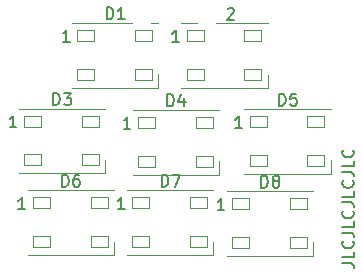
<source format=gbr>
%TF.GenerationSoftware,KiCad,Pcbnew,(6.0.9)*%
%TF.CreationDate,2023-01-06T21:16:05-09:00*%
%TF.ProjectId,JETT STATION SELECT PLACARD,4a455454-2053-4544-9154-494f4e205345,rev?*%
%TF.SameCoordinates,Original*%
%TF.FileFunction,Legend,Top*%
%TF.FilePolarity,Positive*%
%FSLAX46Y46*%
G04 Gerber Fmt 4.6, Leading zero omitted, Abs format (unit mm)*
G04 Created by KiCad (PCBNEW (6.0.9)) date 2023-01-06 21:16:05*
%MOMM*%
%LPD*%
G01*
G04 APERTURE LIST*
G04 Aperture macros list*
%AMRoundRect*
0 Rectangle with rounded corners*
0 $1 Rounding radius*
0 $2 $3 $4 $5 $6 $7 $8 $9 X,Y pos of 4 corners*
0 Add a 4 corners polygon primitive as box body*
4,1,4,$2,$3,$4,$5,$6,$7,$8,$9,$2,$3,0*
0 Add four circle primitives for the rounded corners*
1,1,$1+$1,$2,$3*
1,1,$1+$1,$4,$5*
1,1,$1+$1,$6,$7*
1,1,$1+$1,$8,$9*
0 Add four rect primitives between the rounded corners*
20,1,$1+$1,$2,$3,$4,$5,0*
20,1,$1+$1,$4,$5,$6,$7,0*
20,1,$1+$1,$6,$7,$8,$9,0*
20,1,$1+$1,$8,$9,$2,$3,0*%
G04 Aperture macros list end*
%ADD10C,0.150000*%
%ADD11C,0.120000*%
%ADD12RoundRect,0.050000X-0.750000X-0.450000X0.750000X-0.450000X0.750000X0.450000X-0.750000X0.450000X0*%
%ADD13RoundRect,0.300001X-1.399999X1.099999X-1.399999X-1.099999X1.399999X-1.099999X1.399999X1.099999X0*%
%ADD14O,3.400000X2.800000*%
G04 APERTURE END LIST*
D10*
X162012380Y-110029047D02*
X162726666Y-110029047D01*
X162869523Y-110076666D01*
X162964761Y-110171904D01*
X163012380Y-110314761D01*
X163012380Y-110410000D01*
X163012380Y-109076666D02*
X163012380Y-109552857D01*
X162012380Y-109552857D01*
X162917142Y-108171904D02*
X162964761Y-108219523D01*
X163012380Y-108362380D01*
X163012380Y-108457619D01*
X162964761Y-108600476D01*
X162869523Y-108695714D01*
X162774285Y-108743333D01*
X162583809Y-108790952D01*
X162440952Y-108790952D01*
X162250476Y-108743333D01*
X162155238Y-108695714D01*
X162060000Y-108600476D01*
X162012380Y-108457619D01*
X162012380Y-108362380D01*
X162060000Y-108219523D01*
X162107619Y-108171904D01*
X162012380Y-107457619D02*
X162726666Y-107457619D01*
X162869523Y-107505238D01*
X162964761Y-107600476D01*
X163012380Y-107743333D01*
X163012380Y-107838571D01*
X163012380Y-106505238D02*
X163012380Y-106981428D01*
X162012380Y-106981428D01*
X162917142Y-105600476D02*
X162964761Y-105648095D01*
X163012380Y-105790952D01*
X163012380Y-105886190D01*
X162964761Y-106029047D01*
X162869523Y-106124285D01*
X162774285Y-106171904D01*
X162583809Y-106219523D01*
X162440952Y-106219523D01*
X162250476Y-106171904D01*
X162155238Y-106124285D01*
X162060000Y-106029047D01*
X162012380Y-105886190D01*
X162012380Y-105790952D01*
X162060000Y-105648095D01*
X162107619Y-105600476D01*
X162012380Y-104886190D02*
X162726666Y-104886190D01*
X162869523Y-104933809D01*
X162964761Y-105029047D01*
X163012380Y-105171904D01*
X163012380Y-105267142D01*
X163012380Y-103933809D02*
X163012380Y-104410000D01*
X162012380Y-104410000D01*
X162917142Y-103029047D02*
X162964761Y-103076666D01*
X163012380Y-103219523D01*
X163012380Y-103314761D01*
X162964761Y-103457619D01*
X162869523Y-103552857D01*
X162774285Y-103600476D01*
X162583809Y-103648095D01*
X162440952Y-103648095D01*
X162250476Y-103600476D01*
X162155238Y-103552857D01*
X162060000Y-103457619D01*
X162012380Y-103314761D01*
X162012380Y-103219523D01*
X162060000Y-103076666D01*
X162107619Y-103029047D01*
X162012380Y-102314761D02*
X162726666Y-102314761D01*
X162869523Y-102362380D01*
X162964761Y-102457619D01*
X163012380Y-102600476D01*
X163012380Y-102695714D01*
X163012380Y-101362380D02*
X163012380Y-101838571D01*
X162012380Y-101838571D01*
X162917142Y-100457619D02*
X162964761Y-100505238D01*
X163012380Y-100648095D01*
X163012380Y-100743333D01*
X162964761Y-100886190D01*
X162869523Y-100981428D01*
X162774285Y-101029047D01*
X162583809Y-101076666D01*
X162440952Y-101076666D01*
X162250476Y-101029047D01*
X162155238Y-100981428D01*
X162060000Y-100886190D01*
X162012380Y-100743333D01*
X162012380Y-100648095D01*
X162060000Y-100505238D01*
X162107619Y-100457619D01*
%TO.C,D1*%
X142071904Y-89382780D02*
X142071904Y-88382780D01*
X142310000Y-88382780D01*
X142452857Y-88430400D01*
X142548095Y-88525638D01*
X142595714Y-88620876D01*
X142643333Y-88811352D01*
X142643333Y-88954209D01*
X142595714Y-89144685D01*
X142548095Y-89239923D01*
X142452857Y-89335161D01*
X142310000Y-89382780D01*
X142071904Y-89382780D01*
X143595714Y-89382780D02*
X143024285Y-89382780D01*
X143310000Y-89382780D02*
X143310000Y-88382780D01*
X143214761Y-88525638D01*
X143119523Y-88620876D01*
X143024285Y-88668495D01*
X138945714Y-91282780D02*
X138374285Y-91282780D01*
X138660000Y-91282780D02*
X138660000Y-90282780D01*
X138564761Y-90425638D01*
X138469523Y-90520876D01*
X138374285Y-90568495D01*
%TO.C,D2*%
X151317904Y-89433580D02*
X151317904Y-88433580D01*
X151556000Y-88433580D01*
X151698857Y-88481200D01*
X151794095Y-88576438D01*
X151841714Y-88671676D01*
X151889333Y-88862152D01*
X151889333Y-89005009D01*
X151841714Y-89195485D01*
X151794095Y-89290723D01*
X151698857Y-89385961D01*
X151556000Y-89433580D01*
X151317904Y-89433580D01*
X152270285Y-88528819D02*
X152317904Y-88481200D01*
X152413142Y-88433580D01*
X152651238Y-88433580D01*
X152746476Y-88481200D01*
X152794095Y-88528819D01*
X152841714Y-88624057D01*
X152841714Y-88719295D01*
X152794095Y-88862152D01*
X152222666Y-89433580D01*
X152841714Y-89433580D01*
X148191714Y-91333580D02*
X147620285Y-91333580D01*
X147906000Y-91333580D02*
X147906000Y-90333580D01*
X147810761Y-90476438D01*
X147715523Y-90571676D01*
X147620285Y-90619295D01*
%TO.C,D3*%
X137550904Y-96647180D02*
X137550904Y-95647180D01*
X137789000Y-95647180D01*
X137931857Y-95694800D01*
X138027095Y-95790038D01*
X138074714Y-95885276D01*
X138122333Y-96075752D01*
X138122333Y-96218609D01*
X138074714Y-96409085D01*
X138027095Y-96504323D01*
X137931857Y-96599561D01*
X137789000Y-96647180D01*
X137550904Y-96647180D01*
X138455666Y-95647180D02*
X139074714Y-95647180D01*
X138741380Y-96028133D01*
X138884238Y-96028133D01*
X138979476Y-96075752D01*
X139027095Y-96123371D01*
X139074714Y-96218609D01*
X139074714Y-96456704D01*
X139027095Y-96551942D01*
X138979476Y-96599561D01*
X138884238Y-96647180D01*
X138598523Y-96647180D01*
X138503285Y-96599561D01*
X138455666Y-96551942D01*
X134424714Y-98547180D02*
X133853285Y-98547180D01*
X134139000Y-98547180D02*
X134139000Y-97547180D01*
X134043761Y-97690038D01*
X133948523Y-97785276D01*
X133853285Y-97832895D01*
%TO.C,D4*%
X147202904Y-96748780D02*
X147202904Y-95748780D01*
X147441000Y-95748780D01*
X147583857Y-95796400D01*
X147679095Y-95891638D01*
X147726714Y-95986876D01*
X147774333Y-96177352D01*
X147774333Y-96320209D01*
X147726714Y-96510685D01*
X147679095Y-96605923D01*
X147583857Y-96701161D01*
X147441000Y-96748780D01*
X147202904Y-96748780D01*
X148631476Y-96082114D02*
X148631476Y-96748780D01*
X148393380Y-95701161D02*
X148155285Y-96415447D01*
X148774333Y-96415447D01*
X144076714Y-98648780D02*
X143505285Y-98648780D01*
X143791000Y-98648780D02*
X143791000Y-97648780D01*
X143695761Y-97791638D01*
X143600523Y-97886876D01*
X143505285Y-97934495D01*
%TO.C,D5*%
X156651904Y-96697980D02*
X156651904Y-95697980D01*
X156890000Y-95697980D01*
X157032857Y-95745600D01*
X157128095Y-95840838D01*
X157175714Y-95936076D01*
X157223333Y-96126552D01*
X157223333Y-96269409D01*
X157175714Y-96459885D01*
X157128095Y-96555123D01*
X157032857Y-96650361D01*
X156890000Y-96697980D01*
X156651904Y-96697980D01*
X158128095Y-95697980D02*
X157651904Y-95697980D01*
X157604285Y-96174171D01*
X157651904Y-96126552D01*
X157747142Y-96078933D01*
X157985238Y-96078933D01*
X158080476Y-96126552D01*
X158128095Y-96174171D01*
X158175714Y-96269409D01*
X158175714Y-96507504D01*
X158128095Y-96602742D01*
X158080476Y-96650361D01*
X157985238Y-96697980D01*
X157747142Y-96697980D01*
X157651904Y-96650361D01*
X157604285Y-96602742D01*
X153525714Y-98597980D02*
X152954285Y-98597980D01*
X153240000Y-98597980D02*
X153240000Y-97597980D01*
X153144761Y-97740838D01*
X153049523Y-97836076D01*
X152954285Y-97883695D01*
%TO.C,D6*%
X138289904Y-103556380D02*
X138289904Y-102556380D01*
X138528000Y-102556380D01*
X138670857Y-102604000D01*
X138766095Y-102699238D01*
X138813714Y-102794476D01*
X138861333Y-102984952D01*
X138861333Y-103127809D01*
X138813714Y-103318285D01*
X138766095Y-103413523D01*
X138670857Y-103508761D01*
X138528000Y-103556380D01*
X138289904Y-103556380D01*
X139718476Y-102556380D02*
X139528000Y-102556380D01*
X139432761Y-102604000D01*
X139385142Y-102651619D01*
X139289904Y-102794476D01*
X139242285Y-102984952D01*
X139242285Y-103365904D01*
X139289904Y-103461142D01*
X139337523Y-103508761D01*
X139432761Y-103556380D01*
X139623238Y-103556380D01*
X139718476Y-103508761D01*
X139766095Y-103461142D01*
X139813714Y-103365904D01*
X139813714Y-103127809D01*
X139766095Y-103032571D01*
X139718476Y-102984952D01*
X139623238Y-102937333D01*
X139432761Y-102937333D01*
X139337523Y-102984952D01*
X139289904Y-103032571D01*
X139242285Y-103127809D01*
X135163714Y-105456380D02*
X134592285Y-105456380D01*
X134878000Y-105456380D02*
X134878000Y-104456380D01*
X134782761Y-104599238D01*
X134687523Y-104694476D01*
X134592285Y-104742095D01*
%TO.C,D7*%
X146722904Y-103556380D02*
X146722904Y-102556380D01*
X146961000Y-102556380D01*
X147103857Y-102604000D01*
X147199095Y-102699238D01*
X147246714Y-102794476D01*
X147294333Y-102984952D01*
X147294333Y-103127809D01*
X147246714Y-103318285D01*
X147199095Y-103413523D01*
X147103857Y-103508761D01*
X146961000Y-103556380D01*
X146722904Y-103556380D01*
X147627666Y-102556380D02*
X148294333Y-102556380D01*
X147865761Y-103556380D01*
X143596714Y-105456380D02*
X143025285Y-105456380D01*
X143311000Y-105456380D02*
X143311000Y-104456380D01*
X143215761Y-104599238D01*
X143120523Y-104694476D01*
X143025285Y-104742095D01*
%TO.C,D8*%
X155166904Y-103632380D02*
X155166904Y-102632380D01*
X155405000Y-102632380D01*
X155547857Y-102680000D01*
X155643095Y-102775238D01*
X155690714Y-102870476D01*
X155738333Y-103060952D01*
X155738333Y-103203809D01*
X155690714Y-103394285D01*
X155643095Y-103489523D01*
X155547857Y-103584761D01*
X155405000Y-103632380D01*
X155166904Y-103632380D01*
X156309761Y-103060952D02*
X156214523Y-103013333D01*
X156166904Y-102965714D01*
X156119285Y-102870476D01*
X156119285Y-102822857D01*
X156166904Y-102727619D01*
X156214523Y-102680000D01*
X156309761Y-102632380D01*
X156500238Y-102632380D01*
X156595476Y-102680000D01*
X156643095Y-102727619D01*
X156690714Y-102822857D01*
X156690714Y-102870476D01*
X156643095Y-102965714D01*
X156595476Y-103013333D01*
X156500238Y-103060952D01*
X156309761Y-103060952D01*
X156214523Y-103108571D01*
X156166904Y-103156190D01*
X156119285Y-103251428D01*
X156119285Y-103441904D01*
X156166904Y-103537142D01*
X156214523Y-103584761D01*
X156309761Y-103632380D01*
X156500238Y-103632380D01*
X156595476Y-103584761D01*
X156643095Y-103537142D01*
X156690714Y-103441904D01*
X156690714Y-103251428D01*
X156643095Y-103156190D01*
X156595476Y-103108571D01*
X156500238Y-103060952D01*
X152040714Y-105532380D02*
X151469285Y-105532380D01*
X151755000Y-105532380D02*
X151755000Y-104532380D01*
X151659761Y-104675238D01*
X151564523Y-104770476D01*
X151469285Y-104818095D01*
D11*
%TO.C,D1*%
X139160000Y-89680400D02*
X146460000Y-89680400D01*
X146460000Y-95180400D02*
X146460000Y-94030400D01*
X139160000Y-95180400D02*
X146460000Y-95180400D01*
%TO.C,D2*%
X155706000Y-95231200D02*
X155706000Y-94081200D01*
X148406000Y-95231200D02*
X155706000Y-95231200D01*
X148406000Y-89731200D02*
X155706000Y-89731200D01*
%TO.C,D3*%
X134639000Y-102444800D02*
X141939000Y-102444800D01*
X134639000Y-96944800D02*
X141939000Y-96944800D01*
X141939000Y-102444800D02*
X141939000Y-101294800D01*
%TO.C,D4*%
X144291000Y-102546400D02*
X151591000Y-102546400D01*
X151591000Y-102546400D02*
X151591000Y-101396400D01*
X144291000Y-97046400D02*
X151591000Y-97046400D01*
%TO.C,D5*%
X161040000Y-102495600D02*
X161040000Y-101345600D01*
X153740000Y-102495600D02*
X161040000Y-102495600D01*
X153740000Y-96995600D02*
X161040000Y-96995600D01*
%TO.C,D6*%
X142678000Y-109354000D02*
X142678000Y-108204000D01*
X135378000Y-103854000D02*
X142678000Y-103854000D01*
X135378000Y-109354000D02*
X142678000Y-109354000D01*
%TO.C,D7*%
X151111000Y-109354000D02*
X151111000Y-108204000D01*
X143811000Y-109354000D02*
X151111000Y-109354000D01*
X143811000Y-103854000D02*
X151111000Y-103854000D01*
%TO.C,D8*%
X152255000Y-109430000D02*
X159555000Y-109430000D01*
X152255000Y-103930000D02*
X159555000Y-103930000D01*
X159555000Y-109430000D02*
X159555000Y-108280000D01*
%TD*%
%LPC*%
D12*
%TO.C,D1*%
X140360000Y-90780400D03*
X140360000Y-94080400D03*
X145260000Y-94080400D03*
X145260000Y-90780400D03*
%TD*%
%TO.C,D2*%
X149606000Y-90831200D03*
X149606000Y-94131200D03*
X154506000Y-94131200D03*
X154506000Y-90831200D03*
%TD*%
%TO.C,D3*%
X135839000Y-98044800D03*
X135839000Y-101344800D03*
X140739000Y-101344800D03*
X140739000Y-98044800D03*
%TD*%
%TO.C,D4*%
X145491000Y-98146400D03*
X145491000Y-101446400D03*
X150391000Y-101446400D03*
X150391000Y-98146400D03*
%TD*%
%TO.C,D5*%
X154940000Y-98095600D03*
X154940000Y-101395600D03*
X159840000Y-101395600D03*
X159840000Y-98095600D03*
%TD*%
%TO.C,D6*%
X136578000Y-104954000D03*
X136578000Y-108254000D03*
X141478000Y-108254000D03*
X141478000Y-104954000D03*
%TD*%
%TO.C,D7*%
X145011000Y-104954000D03*
X145011000Y-108254000D03*
X149911000Y-108254000D03*
X149911000Y-104954000D03*
%TD*%
%TO.C,D8*%
X153455000Y-105030000D03*
X153455000Y-108330000D03*
X158355000Y-108330000D03*
X158355000Y-105030000D03*
%TD*%
D13*
%TO.C,J1*%
X145034000Y-84192000D03*
D14*
X145034000Y-88392000D03*
X150534000Y-84192000D03*
X150534000Y-88392000D03*
%TD*%
M02*

</source>
